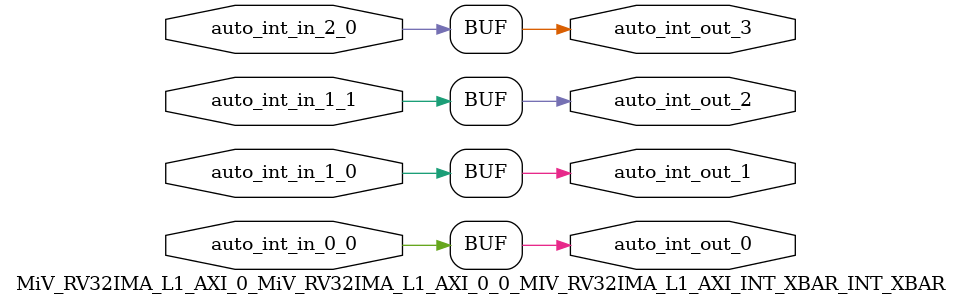
<source format=v>
`ifndef RANDOMIZE_REG_INIT 
	 `define RANDOMIZE_REG_INIT 
 `endif
`ifndef RANDOMIZE_MEM_INIT 
	 `define RANDOMIZE_MEM_INIT 
 `endif
`ifndef RANDOMIZE 
	 `define RANDOMIZE 
`endif

`timescale 1ns/10ps
module MiV_RV32IMA_L1_AXI_0_MiV_RV32IMA_L1_AXI_0_0_MIV_RV32IMA_L1_AXI_INT_XBAR_INT_XBAR( // @[:freechips.rocketchip.system.MivRV32ImaL1AhbConfig.fir@100183.2]
  input   auto_int_in_2_0, // @[:freechips.rocketchip.system.MivRV32ImaL1AhbConfig.fir@100186.4]
  input   auto_int_in_1_0, // @[:freechips.rocketchip.system.MivRV32ImaL1AhbConfig.fir@100186.4]
  input   auto_int_in_1_1, // @[:freechips.rocketchip.system.MivRV32ImaL1AhbConfig.fir@100186.4]
  input   auto_int_in_0_0, // @[:freechips.rocketchip.system.MivRV32ImaL1AhbConfig.fir@100186.4]
  output  auto_int_out_0, // @[:freechips.rocketchip.system.MivRV32ImaL1AhbConfig.fir@100186.4]
  output  auto_int_out_1, // @[:freechips.rocketchip.system.MivRV32ImaL1AhbConfig.fir@100186.4]
  output  auto_int_out_2, // @[:freechips.rocketchip.system.MivRV32ImaL1AhbConfig.fir@100186.4]
  output  auto_int_out_3 // @[:freechips.rocketchip.system.MivRV32ImaL1AhbConfig.fir@100186.4]
);
  assign auto_int_out_0 = auto_int_in_0_0;
  assign auto_int_out_1 = auto_int_in_1_0;
  assign auto_int_out_2 = auto_int_in_1_1;
  assign auto_int_out_3 = auto_int_in_2_0;
endmodule

</source>
